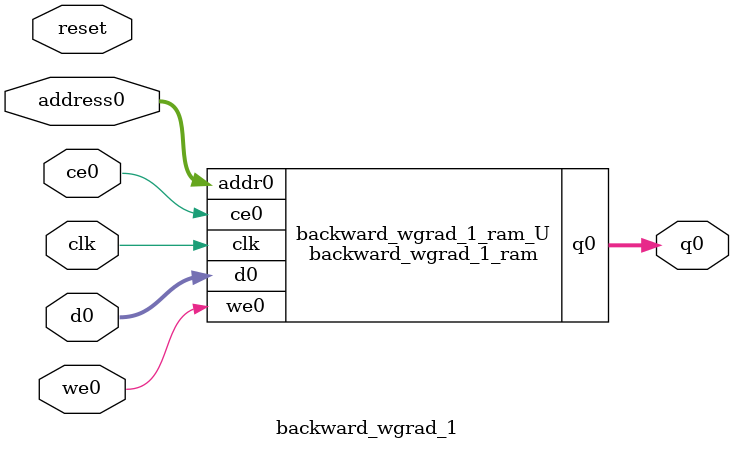
<source format=v>
`timescale 1 ns / 1 ps
module backward_wgrad_1_ram (addr0, ce0, d0, we0, q0,  clk);

parameter DWIDTH = 32;
parameter AWIDTH = 17;
parameter MEM_SIZE = 103680;

input[AWIDTH-1:0] addr0;
input ce0;
input[DWIDTH-1:0] d0;
input we0;
output reg[DWIDTH-1:0] q0;
input clk;

(* ram_style = "block" *)reg [DWIDTH-1:0] ram[0:MEM_SIZE-1];




always @(posedge clk)  
begin 
    if (ce0) 
    begin
        if (we0) 
        begin 
            ram[addr0] <= d0; 
        end 
        q0 <= ram[addr0];
    end
end


endmodule

`timescale 1 ns / 1 ps
module backward_wgrad_1(
    reset,
    clk,
    address0,
    ce0,
    we0,
    d0,
    q0);

parameter DataWidth = 32'd32;
parameter AddressRange = 32'd103680;
parameter AddressWidth = 32'd17;
input reset;
input clk;
input[AddressWidth - 1:0] address0;
input ce0;
input we0;
input[DataWidth - 1:0] d0;
output[DataWidth - 1:0] q0;



backward_wgrad_1_ram backward_wgrad_1_ram_U(
    .clk( clk ),
    .addr0( address0 ),
    .ce0( ce0 ),
    .we0( we0 ),
    .d0( d0 ),
    .q0( q0 ));

endmodule


</source>
